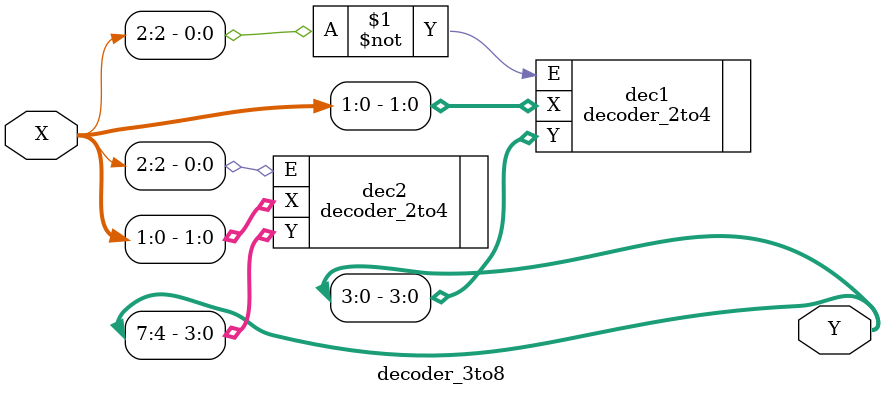
<source format=v>
module decoder_3to8 (
	input wire [2:0] X,
	output wire [7:0] Y
);

	decoder_2to4 dec1 (
		.X(X[1:0]),
		.E(~X[2]),
		.Y(Y[3:0])
	);

	decoder_2to4 dec2 (
                .X(X[1:0]),
                .E(X[2]),
                .Y(Y[7:4])
        );
endmodule

</source>
